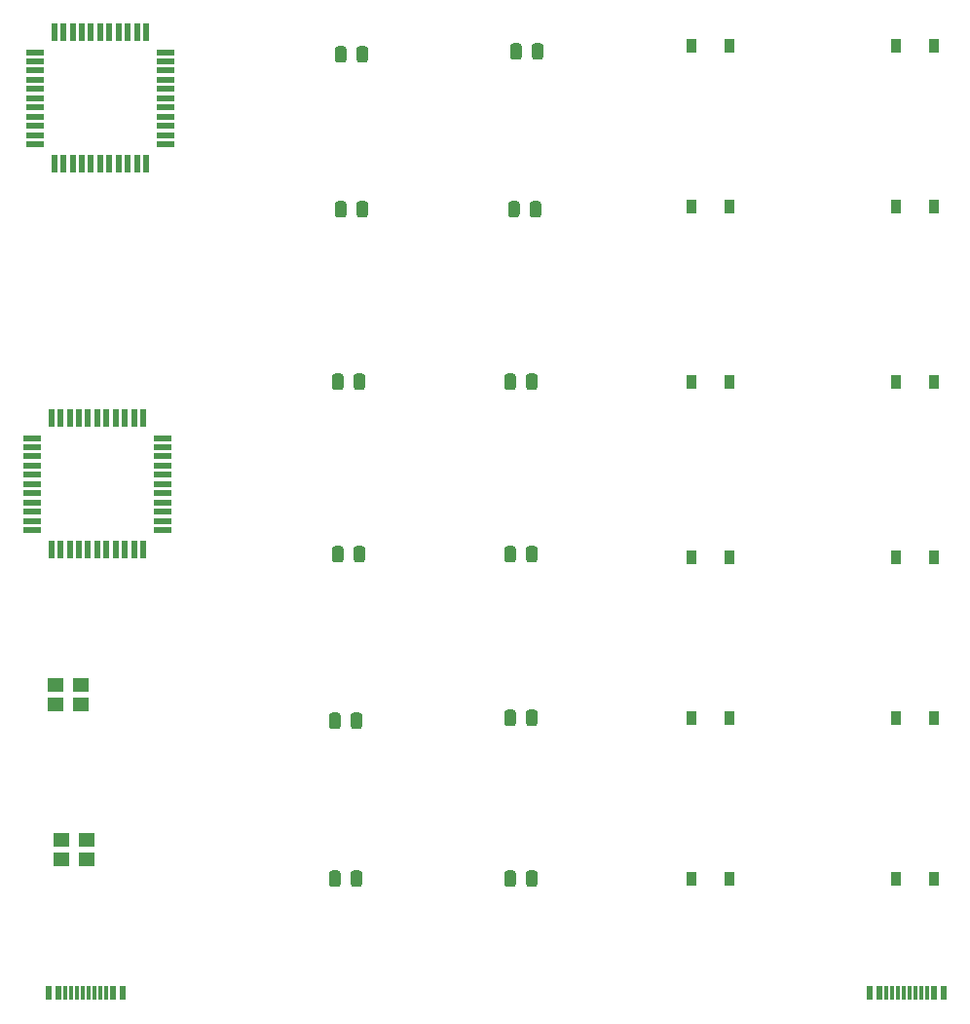
<source format=gbr>
G04 #@! TF.GenerationSoftware,KiCad,Pcbnew,(5.1.4)-1*
G04 #@! TF.CreationDate,2022-12-24T01:49:45-08:00*
G04 #@! TF.ProjectId,SMD-Solder-Practice-Board,534d442d-536f-46c6-9465-722d50726163,rev?*
G04 #@! TF.SameCoordinates,Original*
G04 #@! TF.FileFunction,Paste,Top*
G04 #@! TF.FilePolarity,Positive*
%FSLAX46Y46*%
G04 Gerber Fmt 4.6, Leading zero omitted, Abs format (unit mm)*
G04 Created by KiCad (PCBNEW (5.1.4)-1) date 2022-12-24 01:49:45*
%MOMM*%
%LPD*%
G04 APERTURE LIST*
%ADD10R,0.900000X1.200000*%
%ADD11R,1.400000X1.200000*%
%ADD12R,0.550000X1.500000*%
%ADD13R,1.500000X0.550000*%
%ADD14C,0.100000*%
%ADD15C,0.975000*%
%ADD16R,0.600000X1.160000*%
%ADD17R,0.300000X1.160000*%
G04 APERTURE END LIST*
D10*
X127380000Y-53340000D03*
X124080000Y-53340000D03*
X145160000Y-82550000D03*
X141860000Y-82550000D03*
X127380000Y-97790000D03*
X124080000Y-97790000D03*
X145160000Y-97790000D03*
X141860000Y-97790000D03*
X145160000Y-111760000D03*
X141860000Y-111760000D03*
X145160000Y-53340000D03*
X141860000Y-53340000D03*
X145160000Y-67310000D03*
X141860000Y-67310000D03*
X127380000Y-82550000D03*
X124080000Y-82550000D03*
X127380000Y-111760000D03*
X124080000Y-111760000D03*
X127380000Y-67310000D03*
X124080000Y-67310000D03*
X127380000Y-125730000D03*
X124080000Y-125730000D03*
X145160000Y-125730000D03*
X141860000Y-125730000D03*
D11*
X68750000Y-108878000D03*
X70950000Y-108878000D03*
X70950000Y-110578000D03*
X68750000Y-110578000D03*
X69258000Y-122340000D03*
X71458000Y-122340000D03*
X71458000Y-124040000D03*
X69258000Y-124040000D03*
D12*
X68644000Y-52212000D03*
X69444000Y-52212000D03*
X70244000Y-52212000D03*
X71044000Y-52212000D03*
X71844000Y-52212000D03*
X72644000Y-52212000D03*
X73444000Y-52212000D03*
X74244000Y-52212000D03*
X75044000Y-52212000D03*
X75844000Y-52212000D03*
X76644000Y-52212000D03*
D13*
X78344000Y-53912000D03*
X78344000Y-54712000D03*
X78344000Y-55512000D03*
X78344000Y-56312000D03*
X78344000Y-57112000D03*
X78344000Y-57912000D03*
X78344000Y-58712000D03*
X78344000Y-59512000D03*
X78344000Y-60312000D03*
X78344000Y-61112000D03*
X78344000Y-61912000D03*
D12*
X76644000Y-63612000D03*
X75844000Y-63612000D03*
X75044000Y-63612000D03*
X74244000Y-63612000D03*
X73444000Y-63612000D03*
X72644000Y-63612000D03*
X71844000Y-63612000D03*
X71044000Y-63612000D03*
X70244000Y-63612000D03*
X69444000Y-63612000D03*
X68644000Y-63612000D03*
D13*
X66944000Y-61912000D03*
X66944000Y-61112000D03*
X66944000Y-60312000D03*
X66944000Y-59512000D03*
X66944000Y-58712000D03*
X66944000Y-57912000D03*
X66944000Y-57112000D03*
X66944000Y-56312000D03*
X66944000Y-55512000D03*
X66944000Y-54712000D03*
X66944000Y-53912000D03*
D12*
X68390000Y-85740000D03*
X69190000Y-85740000D03*
X69990000Y-85740000D03*
X70790000Y-85740000D03*
X71590000Y-85740000D03*
X72390000Y-85740000D03*
X73190000Y-85740000D03*
X73990000Y-85740000D03*
X74790000Y-85740000D03*
X75590000Y-85740000D03*
X76390000Y-85740000D03*
D13*
X78090000Y-87440000D03*
X78090000Y-88240000D03*
X78090000Y-89040000D03*
X78090000Y-89840000D03*
X78090000Y-90640000D03*
X78090000Y-91440000D03*
X78090000Y-92240000D03*
X78090000Y-93040000D03*
X78090000Y-93840000D03*
X78090000Y-94640000D03*
X78090000Y-95440000D03*
D12*
X76390000Y-97140000D03*
X75590000Y-97140000D03*
X74790000Y-97140000D03*
X73990000Y-97140000D03*
X73190000Y-97140000D03*
X72390000Y-97140000D03*
X71590000Y-97140000D03*
X70790000Y-97140000D03*
X69990000Y-97140000D03*
X69190000Y-97140000D03*
X68390000Y-97140000D03*
D13*
X66690000Y-95440000D03*
X66690000Y-94640000D03*
X66690000Y-93840000D03*
X66690000Y-93040000D03*
X66690000Y-92240000D03*
X66690000Y-91440000D03*
X66690000Y-90640000D03*
X66690000Y-89840000D03*
X66690000Y-89040000D03*
X66690000Y-88240000D03*
X66690000Y-87440000D03*
D14*
G36*
X110757642Y-66865174D02*
G01*
X110781303Y-66868684D01*
X110804507Y-66874496D01*
X110827029Y-66882554D01*
X110848653Y-66892782D01*
X110869170Y-66905079D01*
X110888383Y-66919329D01*
X110906107Y-66935393D01*
X110922171Y-66953117D01*
X110936421Y-66972330D01*
X110948718Y-66992847D01*
X110958946Y-67014471D01*
X110967004Y-67036993D01*
X110972816Y-67060197D01*
X110976326Y-67083858D01*
X110977500Y-67107750D01*
X110977500Y-68020250D01*
X110976326Y-68044142D01*
X110972816Y-68067803D01*
X110967004Y-68091007D01*
X110958946Y-68113529D01*
X110948718Y-68135153D01*
X110936421Y-68155670D01*
X110922171Y-68174883D01*
X110906107Y-68192607D01*
X110888383Y-68208671D01*
X110869170Y-68222921D01*
X110848653Y-68235218D01*
X110827029Y-68245446D01*
X110804507Y-68253504D01*
X110781303Y-68259316D01*
X110757642Y-68262826D01*
X110733750Y-68264000D01*
X110246250Y-68264000D01*
X110222358Y-68262826D01*
X110198697Y-68259316D01*
X110175493Y-68253504D01*
X110152971Y-68245446D01*
X110131347Y-68235218D01*
X110110830Y-68222921D01*
X110091617Y-68208671D01*
X110073893Y-68192607D01*
X110057829Y-68174883D01*
X110043579Y-68155670D01*
X110031282Y-68135153D01*
X110021054Y-68113529D01*
X110012996Y-68091007D01*
X110007184Y-68067803D01*
X110003674Y-68044142D01*
X110002500Y-68020250D01*
X110002500Y-67107750D01*
X110003674Y-67083858D01*
X110007184Y-67060197D01*
X110012996Y-67036993D01*
X110021054Y-67014471D01*
X110031282Y-66992847D01*
X110043579Y-66972330D01*
X110057829Y-66953117D01*
X110073893Y-66935393D01*
X110091617Y-66919329D01*
X110110830Y-66905079D01*
X110131347Y-66892782D01*
X110152971Y-66882554D01*
X110175493Y-66874496D01*
X110198697Y-66868684D01*
X110222358Y-66865174D01*
X110246250Y-66864000D01*
X110733750Y-66864000D01*
X110757642Y-66865174D01*
X110757642Y-66865174D01*
G37*
D15*
X110490000Y-67564000D03*
D14*
G36*
X108882642Y-66865174D02*
G01*
X108906303Y-66868684D01*
X108929507Y-66874496D01*
X108952029Y-66882554D01*
X108973653Y-66892782D01*
X108994170Y-66905079D01*
X109013383Y-66919329D01*
X109031107Y-66935393D01*
X109047171Y-66953117D01*
X109061421Y-66972330D01*
X109073718Y-66992847D01*
X109083946Y-67014471D01*
X109092004Y-67036993D01*
X109097816Y-67060197D01*
X109101326Y-67083858D01*
X109102500Y-67107750D01*
X109102500Y-68020250D01*
X109101326Y-68044142D01*
X109097816Y-68067803D01*
X109092004Y-68091007D01*
X109083946Y-68113529D01*
X109073718Y-68135153D01*
X109061421Y-68155670D01*
X109047171Y-68174883D01*
X109031107Y-68192607D01*
X109013383Y-68208671D01*
X108994170Y-68222921D01*
X108973653Y-68235218D01*
X108952029Y-68245446D01*
X108929507Y-68253504D01*
X108906303Y-68259316D01*
X108882642Y-68262826D01*
X108858750Y-68264000D01*
X108371250Y-68264000D01*
X108347358Y-68262826D01*
X108323697Y-68259316D01*
X108300493Y-68253504D01*
X108277971Y-68245446D01*
X108256347Y-68235218D01*
X108235830Y-68222921D01*
X108216617Y-68208671D01*
X108198893Y-68192607D01*
X108182829Y-68174883D01*
X108168579Y-68155670D01*
X108156282Y-68135153D01*
X108146054Y-68113529D01*
X108137996Y-68091007D01*
X108132184Y-68067803D01*
X108128674Y-68044142D01*
X108127500Y-68020250D01*
X108127500Y-67107750D01*
X108128674Y-67083858D01*
X108132184Y-67060197D01*
X108137996Y-67036993D01*
X108146054Y-67014471D01*
X108156282Y-66992847D01*
X108168579Y-66972330D01*
X108182829Y-66953117D01*
X108198893Y-66935393D01*
X108216617Y-66919329D01*
X108235830Y-66905079D01*
X108256347Y-66892782D01*
X108277971Y-66882554D01*
X108300493Y-66874496D01*
X108323697Y-66868684D01*
X108347358Y-66865174D01*
X108371250Y-66864000D01*
X108858750Y-66864000D01*
X108882642Y-66865174D01*
X108882642Y-66865174D01*
G37*
D15*
X108615000Y-67564000D03*
D14*
G36*
X95185142Y-111315174D02*
G01*
X95208803Y-111318684D01*
X95232007Y-111324496D01*
X95254529Y-111332554D01*
X95276153Y-111342782D01*
X95296670Y-111355079D01*
X95315883Y-111369329D01*
X95333607Y-111385393D01*
X95349671Y-111403117D01*
X95363921Y-111422330D01*
X95376218Y-111442847D01*
X95386446Y-111464471D01*
X95394504Y-111486993D01*
X95400316Y-111510197D01*
X95403826Y-111533858D01*
X95405000Y-111557750D01*
X95405000Y-112470250D01*
X95403826Y-112494142D01*
X95400316Y-112517803D01*
X95394504Y-112541007D01*
X95386446Y-112563529D01*
X95376218Y-112585153D01*
X95363921Y-112605670D01*
X95349671Y-112624883D01*
X95333607Y-112642607D01*
X95315883Y-112658671D01*
X95296670Y-112672921D01*
X95276153Y-112685218D01*
X95254529Y-112695446D01*
X95232007Y-112703504D01*
X95208803Y-112709316D01*
X95185142Y-112712826D01*
X95161250Y-112714000D01*
X94673750Y-112714000D01*
X94649858Y-112712826D01*
X94626197Y-112709316D01*
X94602993Y-112703504D01*
X94580471Y-112695446D01*
X94558847Y-112685218D01*
X94538330Y-112672921D01*
X94519117Y-112658671D01*
X94501393Y-112642607D01*
X94485329Y-112624883D01*
X94471079Y-112605670D01*
X94458782Y-112585153D01*
X94448554Y-112563529D01*
X94440496Y-112541007D01*
X94434684Y-112517803D01*
X94431174Y-112494142D01*
X94430000Y-112470250D01*
X94430000Y-111557750D01*
X94431174Y-111533858D01*
X94434684Y-111510197D01*
X94440496Y-111486993D01*
X94448554Y-111464471D01*
X94458782Y-111442847D01*
X94471079Y-111422330D01*
X94485329Y-111403117D01*
X94501393Y-111385393D01*
X94519117Y-111369329D01*
X94538330Y-111355079D01*
X94558847Y-111342782D01*
X94580471Y-111332554D01*
X94602993Y-111324496D01*
X94626197Y-111318684D01*
X94649858Y-111315174D01*
X94673750Y-111314000D01*
X95161250Y-111314000D01*
X95185142Y-111315174D01*
X95185142Y-111315174D01*
G37*
D15*
X94917500Y-112014000D03*
D14*
G36*
X93310142Y-111315174D02*
G01*
X93333803Y-111318684D01*
X93357007Y-111324496D01*
X93379529Y-111332554D01*
X93401153Y-111342782D01*
X93421670Y-111355079D01*
X93440883Y-111369329D01*
X93458607Y-111385393D01*
X93474671Y-111403117D01*
X93488921Y-111422330D01*
X93501218Y-111442847D01*
X93511446Y-111464471D01*
X93519504Y-111486993D01*
X93525316Y-111510197D01*
X93528826Y-111533858D01*
X93530000Y-111557750D01*
X93530000Y-112470250D01*
X93528826Y-112494142D01*
X93525316Y-112517803D01*
X93519504Y-112541007D01*
X93511446Y-112563529D01*
X93501218Y-112585153D01*
X93488921Y-112605670D01*
X93474671Y-112624883D01*
X93458607Y-112642607D01*
X93440883Y-112658671D01*
X93421670Y-112672921D01*
X93401153Y-112685218D01*
X93379529Y-112695446D01*
X93357007Y-112703504D01*
X93333803Y-112709316D01*
X93310142Y-112712826D01*
X93286250Y-112714000D01*
X92798750Y-112714000D01*
X92774858Y-112712826D01*
X92751197Y-112709316D01*
X92727993Y-112703504D01*
X92705471Y-112695446D01*
X92683847Y-112685218D01*
X92663330Y-112672921D01*
X92644117Y-112658671D01*
X92626393Y-112642607D01*
X92610329Y-112624883D01*
X92596079Y-112605670D01*
X92583782Y-112585153D01*
X92573554Y-112563529D01*
X92565496Y-112541007D01*
X92559684Y-112517803D01*
X92556174Y-112494142D01*
X92555000Y-112470250D01*
X92555000Y-111557750D01*
X92556174Y-111533858D01*
X92559684Y-111510197D01*
X92565496Y-111486993D01*
X92573554Y-111464471D01*
X92583782Y-111442847D01*
X92596079Y-111422330D01*
X92610329Y-111403117D01*
X92626393Y-111385393D01*
X92644117Y-111369329D01*
X92663330Y-111355079D01*
X92683847Y-111342782D01*
X92705471Y-111332554D01*
X92727993Y-111324496D01*
X92751197Y-111318684D01*
X92774858Y-111315174D01*
X92798750Y-111314000D01*
X93286250Y-111314000D01*
X93310142Y-111315174D01*
X93310142Y-111315174D01*
G37*
D15*
X93042500Y-112014000D03*
D14*
G36*
X110425142Y-111061174D02*
G01*
X110448803Y-111064684D01*
X110472007Y-111070496D01*
X110494529Y-111078554D01*
X110516153Y-111088782D01*
X110536670Y-111101079D01*
X110555883Y-111115329D01*
X110573607Y-111131393D01*
X110589671Y-111149117D01*
X110603921Y-111168330D01*
X110616218Y-111188847D01*
X110626446Y-111210471D01*
X110634504Y-111232993D01*
X110640316Y-111256197D01*
X110643826Y-111279858D01*
X110645000Y-111303750D01*
X110645000Y-112216250D01*
X110643826Y-112240142D01*
X110640316Y-112263803D01*
X110634504Y-112287007D01*
X110626446Y-112309529D01*
X110616218Y-112331153D01*
X110603921Y-112351670D01*
X110589671Y-112370883D01*
X110573607Y-112388607D01*
X110555883Y-112404671D01*
X110536670Y-112418921D01*
X110516153Y-112431218D01*
X110494529Y-112441446D01*
X110472007Y-112449504D01*
X110448803Y-112455316D01*
X110425142Y-112458826D01*
X110401250Y-112460000D01*
X109913750Y-112460000D01*
X109889858Y-112458826D01*
X109866197Y-112455316D01*
X109842993Y-112449504D01*
X109820471Y-112441446D01*
X109798847Y-112431218D01*
X109778330Y-112418921D01*
X109759117Y-112404671D01*
X109741393Y-112388607D01*
X109725329Y-112370883D01*
X109711079Y-112351670D01*
X109698782Y-112331153D01*
X109688554Y-112309529D01*
X109680496Y-112287007D01*
X109674684Y-112263803D01*
X109671174Y-112240142D01*
X109670000Y-112216250D01*
X109670000Y-111303750D01*
X109671174Y-111279858D01*
X109674684Y-111256197D01*
X109680496Y-111232993D01*
X109688554Y-111210471D01*
X109698782Y-111188847D01*
X109711079Y-111168330D01*
X109725329Y-111149117D01*
X109741393Y-111131393D01*
X109759117Y-111115329D01*
X109778330Y-111101079D01*
X109798847Y-111088782D01*
X109820471Y-111078554D01*
X109842993Y-111070496D01*
X109866197Y-111064684D01*
X109889858Y-111061174D01*
X109913750Y-111060000D01*
X110401250Y-111060000D01*
X110425142Y-111061174D01*
X110425142Y-111061174D01*
G37*
D15*
X110157500Y-111760000D03*
D14*
G36*
X108550142Y-111061174D02*
G01*
X108573803Y-111064684D01*
X108597007Y-111070496D01*
X108619529Y-111078554D01*
X108641153Y-111088782D01*
X108661670Y-111101079D01*
X108680883Y-111115329D01*
X108698607Y-111131393D01*
X108714671Y-111149117D01*
X108728921Y-111168330D01*
X108741218Y-111188847D01*
X108751446Y-111210471D01*
X108759504Y-111232993D01*
X108765316Y-111256197D01*
X108768826Y-111279858D01*
X108770000Y-111303750D01*
X108770000Y-112216250D01*
X108768826Y-112240142D01*
X108765316Y-112263803D01*
X108759504Y-112287007D01*
X108751446Y-112309529D01*
X108741218Y-112331153D01*
X108728921Y-112351670D01*
X108714671Y-112370883D01*
X108698607Y-112388607D01*
X108680883Y-112404671D01*
X108661670Y-112418921D01*
X108641153Y-112431218D01*
X108619529Y-112441446D01*
X108597007Y-112449504D01*
X108573803Y-112455316D01*
X108550142Y-112458826D01*
X108526250Y-112460000D01*
X108038750Y-112460000D01*
X108014858Y-112458826D01*
X107991197Y-112455316D01*
X107967993Y-112449504D01*
X107945471Y-112441446D01*
X107923847Y-112431218D01*
X107903330Y-112418921D01*
X107884117Y-112404671D01*
X107866393Y-112388607D01*
X107850329Y-112370883D01*
X107836079Y-112351670D01*
X107823782Y-112331153D01*
X107813554Y-112309529D01*
X107805496Y-112287007D01*
X107799684Y-112263803D01*
X107796174Y-112240142D01*
X107795000Y-112216250D01*
X107795000Y-111303750D01*
X107796174Y-111279858D01*
X107799684Y-111256197D01*
X107805496Y-111232993D01*
X107813554Y-111210471D01*
X107823782Y-111188847D01*
X107836079Y-111168330D01*
X107850329Y-111149117D01*
X107866393Y-111131393D01*
X107884117Y-111115329D01*
X107903330Y-111101079D01*
X107923847Y-111088782D01*
X107945471Y-111078554D01*
X107967993Y-111070496D01*
X107991197Y-111064684D01*
X108014858Y-111061174D01*
X108038750Y-111060000D01*
X108526250Y-111060000D01*
X108550142Y-111061174D01*
X108550142Y-111061174D01*
G37*
D15*
X108282500Y-111760000D03*
D14*
G36*
X95439142Y-81851174D02*
G01*
X95462803Y-81854684D01*
X95486007Y-81860496D01*
X95508529Y-81868554D01*
X95530153Y-81878782D01*
X95550670Y-81891079D01*
X95569883Y-81905329D01*
X95587607Y-81921393D01*
X95603671Y-81939117D01*
X95617921Y-81958330D01*
X95630218Y-81978847D01*
X95640446Y-82000471D01*
X95648504Y-82022993D01*
X95654316Y-82046197D01*
X95657826Y-82069858D01*
X95659000Y-82093750D01*
X95659000Y-83006250D01*
X95657826Y-83030142D01*
X95654316Y-83053803D01*
X95648504Y-83077007D01*
X95640446Y-83099529D01*
X95630218Y-83121153D01*
X95617921Y-83141670D01*
X95603671Y-83160883D01*
X95587607Y-83178607D01*
X95569883Y-83194671D01*
X95550670Y-83208921D01*
X95530153Y-83221218D01*
X95508529Y-83231446D01*
X95486007Y-83239504D01*
X95462803Y-83245316D01*
X95439142Y-83248826D01*
X95415250Y-83250000D01*
X94927750Y-83250000D01*
X94903858Y-83248826D01*
X94880197Y-83245316D01*
X94856993Y-83239504D01*
X94834471Y-83231446D01*
X94812847Y-83221218D01*
X94792330Y-83208921D01*
X94773117Y-83194671D01*
X94755393Y-83178607D01*
X94739329Y-83160883D01*
X94725079Y-83141670D01*
X94712782Y-83121153D01*
X94702554Y-83099529D01*
X94694496Y-83077007D01*
X94688684Y-83053803D01*
X94685174Y-83030142D01*
X94684000Y-83006250D01*
X94684000Y-82093750D01*
X94685174Y-82069858D01*
X94688684Y-82046197D01*
X94694496Y-82022993D01*
X94702554Y-82000471D01*
X94712782Y-81978847D01*
X94725079Y-81958330D01*
X94739329Y-81939117D01*
X94755393Y-81921393D01*
X94773117Y-81905329D01*
X94792330Y-81891079D01*
X94812847Y-81878782D01*
X94834471Y-81868554D01*
X94856993Y-81860496D01*
X94880197Y-81854684D01*
X94903858Y-81851174D01*
X94927750Y-81850000D01*
X95415250Y-81850000D01*
X95439142Y-81851174D01*
X95439142Y-81851174D01*
G37*
D15*
X95171500Y-82550000D03*
D14*
G36*
X93564142Y-81851174D02*
G01*
X93587803Y-81854684D01*
X93611007Y-81860496D01*
X93633529Y-81868554D01*
X93655153Y-81878782D01*
X93675670Y-81891079D01*
X93694883Y-81905329D01*
X93712607Y-81921393D01*
X93728671Y-81939117D01*
X93742921Y-81958330D01*
X93755218Y-81978847D01*
X93765446Y-82000471D01*
X93773504Y-82022993D01*
X93779316Y-82046197D01*
X93782826Y-82069858D01*
X93784000Y-82093750D01*
X93784000Y-83006250D01*
X93782826Y-83030142D01*
X93779316Y-83053803D01*
X93773504Y-83077007D01*
X93765446Y-83099529D01*
X93755218Y-83121153D01*
X93742921Y-83141670D01*
X93728671Y-83160883D01*
X93712607Y-83178607D01*
X93694883Y-83194671D01*
X93675670Y-83208921D01*
X93655153Y-83221218D01*
X93633529Y-83231446D01*
X93611007Y-83239504D01*
X93587803Y-83245316D01*
X93564142Y-83248826D01*
X93540250Y-83250000D01*
X93052750Y-83250000D01*
X93028858Y-83248826D01*
X93005197Y-83245316D01*
X92981993Y-83239504D01*
X92959471Y-83231446D01*
X92937847Y-83221218D01*
X92917330Y-83208921D01*
X92898117Y-83194671D01*
X92880393Y-83178607D01*
X92864329Y-83160883D01*
X92850079Y-83141670D01*
X92837782Y-83121153D01*
X92827554Y-83099529D01*
X92819496Y-83077007D01*
X92813684Y-83053803D01*
X92810174Y-83030142D01*
X92809000Y-83006250D01*
X92809000Y-82093750D01*
X92810174Y-82069858D01*
X92813684Y-82046197D01*
X92819496Y-82022993D01*
X92827554Y-82000471D01*
X92837782Y-81978847D01*
X92850079Y-81958330D01*
X92864329Y-81939117D01*
X92880393Y-81921393D01*
X92898117Y-81905329D01*
X92917330Y-81891079D01*
X92937847Y-81878782D01*
X92959471Y-81868554D01*
X92981993Y-81860496D01*
X93005197Y-81854684D01*
X93028858Y-81851174D01*
X93052750Y-81850000D01*
X93540250Y-81850000D01*
X93564142Y-81851174D01*
X93564142Y-81851174D01*
G37*
D15*
X93296500Y-82550000D03*
D14*
G36*
X95693142Y-53403174D02*
G01*
X95716803Y-53406684D01*
X95740007Y-53412496D01*
X95762529Y-53420554D01*
X95784153Y-53430782D01*
X95804670Y-53443079D01*
X95823883Y-53457329D01*
X95841607Y-53473393D01*
X95857671Y-53491117D01*
X95871921Y-53510330D01*
X95884218Y-53530847D01*
X95894446Y-53552471D01*
X95902504Y-53574993D01*
X95908316Y-53598197D01*
X95911826Y-53621858D01*
X95913000Y-53645750D01*
X95913000Y-54558250D01*
X95911826Y-54582142D01*
X95908316Y-54605803D01*
X95902504Y-54629007D01*
X95894446Y-54651529D01*
X95884218Y-54673153D01*
X95871921Y-54693670D01*
X95857671Y-54712883D01*
X95841607Y-54730607D01*
X95823883Y-54746671D01*
X95804670Y-54760921D01*
X95784153Y-54773218D01*
X95762529Y-54783446D01*
X95740007Y-54791504D01*
X95716803Y-54797316D01*
X95693142Y-54800826D01*
X95669250Y-54802000D01*
X95181750Y-54802000D01*
X95157858Y-54800826D01*
X95134197Y-54797316D01*
X95110993Y-54791504D01*
X95088471Y-54783446D01*
X95066847Y-54773218D01*
X95046330Y-54760921D01*
X95027117Y-54746671D01*
X95009393Y-54730607D01*
X94993329Y-54712883D01*
X94979079Y-54693670D01*
X94966782Y-54673153D01*
X94956554Y-54651529D01*
X94948496Y-54629007D01*
X94942684Y-54605803D01*
X94939174Y-54582142D01*
X94938000Y-54558250D01*
X94938000Y-53645750D01*
X94939174Y-53621858D01*
X94942684Y-53598197D01*
X94948496Y-53574993D01*
X94956554Y-53552471D01*
X94966782Y-53530847D01*
X94979079Y-53510330D01*
X94993329Y-53491117D01*
X95009393Y-53473393D01*
X95027117Y-53457329D01*
X95046330Y-53443079D01*
X95066847Y-53430782D01*
X95088471Y-53420554D01*
X95110993Y-53412496D01*
X95134197Y-53406684D01*
X95157858Y-53403174D01*
X95181750Y-53402000D01*
X95669250Y-53402000D01*
X95693142Y-53403174D01*
X95693142Y-53403174D01*
G37*
D15*
X95425500Y-54102000D03*
D14*
G36*
X93818142Y-53403174D02*
G01*
X93841803Y-53406684D01*
X93865007Y-53412496D01*
X93887529Y-53420554D01*
X93909153Y-53430782D01*
X93929670Y-53443079D01*
X93948883Y-53457329D01*
X93966607Y-53473393D01*
X93982671Y-53491117D01*
X93996921Y-53510330D01*
X94009218Y-53530847D01*
X94019446Y-53552471D01*
X94027504Y-53574993D01*
X94033316Y-53598197D01*
X94036826Y-53621858D01*
X94038000Y-53645750D01*
X94038000Y-54558250D01*
X94036826Y-54582142D01*
X94033316Y-54605803D01*
X94027504Y-54629007D01*
X94019446Y-54651529D01*
X94009218Y-54673153D01*
X93996921Y-54693670D01*
X93982671Y-54712883D01*
X93966607Y-54730607D01*
X93948883Y-54746671D01*
X93929670Y-54760921D01*
X93909153Y-54773218D01*
X93887529Y-54783446D01*
X93865007Y-54791504D01*
X93841803Y-54797316D01*
X93818142Y-54800826D01*
X93794250Y-54802000D01*
X93306750Y-54802000D01*
X93282858Y-54800826D01*
X93259197Y-54797316D01*
X93235993Y-54791504D01*
X93213471Y-54783446D01*
X93191847Y-54773218D01*
X93171330Y-54760921D01*
X93152117Y-54746671D01*
X93134393Y-54730607D01*
X93118329Y-54712883D01*
X93104079Y-54693670D01*
X93091782Y-54673153D01*
X93081554Y-54651529D01*
X93073496Y-54629007D01*
X93067684Y-54605803D01*
X93064174Y-54582142D01*
X93063000Y-54558250D01*
X93063000Y-53645750D01*
X93064174Y-53621858D01*
X93067684Y-53598197D01*
X93073496Y-53574993D01*
X93081554Y-53552471D01*
X93091782Y-53530847D01*
X93104079Y-53510330D01*
X93118329Y-53491117D01*
X93134393Y-53473393D01*
X93152117Y-53457329D01*
X93171330Y-53443079D01*
X93191847Y-53430782D01*
X93213471Y-53420554D01*
X93235993Y-53412496D01*
X93259197Y-53406684D01*
X93282858Y-53403174D01*
X93306750Y-53402000D01*
X93794250Y-53402000D01*
X93818142Y-53403174D01*
X93818142Y-53403174D01*
G37*
D15*
X93550500Y-54102000D03*
D14*
G36*
X95439142Y-96837174D02*
G01*
X95462803Y-96840684D01*
X95486007Y-96846496D01*
X95508529Y-96854554D01*
X95530153Y-96864782D01*
X95550670Y-96877079D01*
X95569883Y-96891329D01*
X95587607Y-96907393D01*
X95603671Y-96925117D01*
X95617921Y-96944330D01*
X95630218Y-96964847D01*
X95640446Y-96986471D01*
X95648504Y-97008993D01*
X95654316Y-97032197D01*
X95657826Y-97055858D01*
X95659000Y-97079750D01*
X95659000Y-97992250D01*
X95657826Y-98016142D01*
X95654316Y-98039803D01*
X95648504Y-98063007D01*
X95640446Y-98085529D01*
X95630218Y-98107153D01*
X95617921Y-98127670D01*
X95603671Y-98146883D01*
X95587607Y-98164607D01*
X95569883Y-98180671D01*
X95550670Y-98194921D01*
X95530153Y-98207218D01*
X95508529Y-98217446D01*
X95486007Y-98225504D01*
X95462803Y-98231316D01*
X95439142Y-98234826D01*
X95415250Y-98236000D01*
X94927750Y-98236000D01*
X94903858Y-98234826D01*
X94880197Y-98231316D01*
X94856993Y-98225504D01*
X94834471Y-98217446D01*
X94812847Y-98207218D01*
X94792330Y-98194921D01*
X94773117Y-98180671D01*
X94755393Y-98164607D01*
X94739329Y-98146883D01*
X94725079Y-98127670D01*
X94712782Y-98107153D01*
X94702554Y-98085529D01*
X94694496Y-98063007D01*
X94688684Y-98039803D01*
X94685174Y-98016142D01*
X94684000Y-97992250D01*
X94684000Y-97079750D01*
X94685174Y-97055858D01*
X94688684Y-97032197D01*
X94694496Y-97008993D01*
X94702554Y-96986471D01*
X94712782Y-96964847D01*
X94725079Y-96944330D01*
X94739329Y-96925117D01*
X94755393Y-96907393D01*
X94773117Y-96891329D01*
X94792330Y-96877079D01*
X94812847Y-96864782D01*
X94834471Y-96854554D01*
X94856993Y-96846496D01*
X94880197Y-96840684D01*
X94903858Y-96837174D01*
X94927750Y-96836000D01*
X95415250Y-96836000D01*
X95439142Y-96837174D01*
X95439142Y-96837174D01*
G37*
D15*
X95171500Y-97536000D03*
D14*
G36*
X93564142Y-96837174D02*
G01*
X93587803Y-96840684D01*
X93611007Y-96846496D01*
X93633529Y-96854554D01*
X93655153Y-96864782D01*
X93675670Y-96877079D01*
X93694883Y-96891329D01*
X93712607Y-96907393D01*
X93728671Y-96925117D01*
X93742921Y-96944330D01*
X93755218Y-96964847D01*
X93765446Y-96986471D01*
X93773504Y-97008993D01*
X93779316Y-97032197D01*
X93782826Y-97055858D01*
X93784000Y-97079750D01*
X93784000Y-97992250D01*
X93782826Y-98016142D01*
X93779316Y-98039803D01*
X93773504Y-98063007D01*
X93765446Y-98085529D01*
X93755218Y-98107153D01*
X93742921Y-98127670D01*
X93728671Y-98146883D01*
X93712607Y-98164607D01*
X93694883Y-98180671D01*
X93675670Y-98194921D01*
X93655153Y-98207218D01*
X93633529Y-98217446D01*
X93611007Y-98225504D01*
X93587803Y-98231316D01*
X93564142Y-98234826D01*
X93540250Y-98236000D01*
X93052750Y-98236000D01*
X93028858Y-98234826D01*
X93005197Y-98231316D01*
X92981993Y-98225504D01*
X92959471Y-98217446D01*
X92937847Y-98207218D01*
X92917330Y-98194921D01*
X92898117Y-98180671D01*
X92880393Y-98164607D01*
X92864329Y-98146883D01*
X92850079Y-98127670D01*
X92837782Y-98107153D01*
X92827554Y-98085529D01*
X92819496Y-98063007D01*
X92813684Y-98039803D01*
X92810174Y-98016142D01*
X92809000Y-97992250D01*
X92809000Y-97079750D01*
X92810174Y-97055858D01*
X92813684Y-97032197D01*
X92819496Y-97008993D01*
X92827554Y-96986471D01*
X92837782Y-96964847D01*
X92850079Y-96944330D01*
X92864329Y-96925117D01*
X92880393Y-96907393D01*
X92898117Y-96891329D01*
X92917330Y-96877079D01*
X92937847Y-96864782D01*
X92959471Y-96854554D01*
X92981993Y-96846496D01*
X93005197Y-96840684D01*
X93028858Y-96837174D01*
X93052750Y-96836000D01*
X93540250Y-96836000D01*
X93564142Y-96837174D01*
X93564142Y-96837174D01*
G37*
D15*
X93296500Y-97536000D03*
D14*
G36*
X110425142Y-125031174D02*
G01*
X110448803Y-125034684D01*
X110472007Y-125040496D01*
X110494529Y-125048554D01*
X110516153Y-125058782D01*
X110536670Y-125071079D01*
X110555883Y-125085329D01*
X110573607Y-125101393D01*
X110589671Y-125119117D01*
X110603921Y-125138330D01*
X110616218Y-125158847D01*
X110626446Y-125180471D01*
X110634504Y-125202993D01*
X110640316Y-125226197D01*
X110643826Y-125249858D01*
X110645000Y-125273750D01*
X110645000Y-126186250D01*
X110643826Y-126210142D01*
X110640316Y-126233803D01*
X110634504Y-126257007D01*
X110626446Y-126279529D01*
X110616218Y-126301153D01*
X110603921Y-126321670D01*
X110589671Y-126340883D01*
X110573607Y-126358607D01*
X110555883Y-126374671D01*
X110536670Y-126388921D01*
X110516153Y-126401218D01*
X110494529Y-126411446D01*
X110472007Y-126419504D01*
X110448803Y-126425316D01*
X110425142Y-126428826D01*
X110401250Y-126430000D01*
X109913750Y-126430000D01*
X109889858Y-126428826D01*
X109866197Y-126425316D01*
X109842993Y-126419504D01*
X109820471Y-126411446D01*
X109798847Y-126401218D01*
X109778330Y-126388921D01*
X109759117Y-126374671D01*
X109741393Y-126358607D01*
X109725329Y-126340883D01*
X109711079Y-126321670D01*
X109698782Y-126301153D01*
X109688554Y-126279529D01*
X109680496Y-126257007D01*
X109674684Y-126233803D01*
X109671174Y-126210142D01*
X109670000Y-126186250D01*
X109670000Y-125273750D01*
X109671174Y-125249858D01*
X109674684Y-125226197D01*
X109680496Y-125202993D01*
X109688554Y-125180471D01*
X109698782Y-125158847D01*
X109711079Y-125138330D01*
X109725329Y-125119117D01*
X109741393Y-125101393D01*
X109759117Y-125085329D01*
X109778330Y-125071079D01*
X109798847Y-125058782D01*
X109820471Y-125048554D01*
X109842993Y-125040496D01*
X109866197Y-125034684D01*
X109889858Y-125031174D01*
X109913750Y-125030000D01*
X110401250Y-125030000D01*
X110425142Y-125031174D01*
X110425142Y-125031174D01*
G37*
D15*
X110157500Y-125730000D03*
D14*
G36*
X108550142Y-125031174D02*
G01*
X108573803Y-125034684D01*
X108597007Y-125040496D01*
X108619529Y-125048554D01*
X108641153Y-125058782D01*
X108661670Y-125071079D01*
X108680883Y-125085329D01*
X108698607Y-125101393D01*
X108714671Y-125119117D01*
X108728921Y-125138330D01*
X108741218Y-125158847D01*
X108751446Y-125180471D01*
X108759504Y-125202993D01*
X108765316Y-125226197D01*
X108768826Y-125249858D01*
X108770000Y-125273750D01*
X108770000Y-126186250D01*
X108768826Y-126210142D01*
X108765316Y-126233803D01*
X108759504Y-126257007D01*
X108751446Y-126279529D01*
X108741218Y-126301153D01*
X108728921Y-126321670D01*
X108714671Y-126340883D01*
X108698607Y-126358607D01*
X108680883Y-126374671D01*
X108661670Y-126388921D01*
X108641153Y-126401218D01*
X108619529Y-126411446D01*
X108597007Y-126419504D01*
X108573803Y-126425316D01*
X108550142Y-126428826D01*
X108526250Y-126430000D01*
X108038750Y-126430000D01*
X108014858Y-126428826D01*
X107991197Y-126425316D01*
X107967993Y-126419504D01*
X107945471Y-126411446D01*
X107923847Y-126401218D01*
X107903330Y-126388921D01*
X107884117Y-126374671D01*
X107866393Y-126358607D01*
X107850329Y-126340883D01*
X107836079Y-126321670D01*
X107823782Y-126301153D01*
X107813554Y-126279529D01*
X107805496Y-126257007D01*
X107799684Y-126233803D01*
X107796174Y-126210142D01*
X107795000Y-126186250D01*
X107795000Y-125273750D01*
X107796174Y-125249858D01*
X107799684Y-125226197D01*
X107805496Y-125202993D01*
X107813554Y-125180471D01*
X107823782Y-125158847D01*
X107836079Y-125138330D01*
X107850329Y-125119117D01*
X107866393Y-125101393D01*
X107884117Y-125085329D01*
X107903330Y-125071079D01*
X107923847Y-125058782D01*
X107945471Y-125048554D01*
X107967993Y-125040496D01*
X107991197Y-125034684D01*
X108014858Y-125031174D01*
X108038750Y-125030000D01*
X108526250Y-125030000D01*
X108550142Y-125031174D01*
X108550142Y-125031174D01*
G37*
D15*
X108282500Y-125730000D03*
D14*
G36*
X110933142Y-53149174D02*
G01*
X110956803Y-53152684D01*
X110980007Y-53158496D01*
X111002529Y-53166554D01*
X111024153Y-53176782D01*
X111044670Y-53189079D01*
X111063883Y-53203329D01*
X111081607Y-53219393D01*
X111097671Y-53237117D01*
X111111921Y-53256330D01*
X111124218Y-53276847D01*
X111134446Y-53298471D01*
X111142504Y-53320993D01*
X111148316Y-53344197D01*
X111151826Y-53367858D01*
X111153000Y-53391750D01*
X111153000Y-54304250D01*
X111151826Y-54328142D01*
X111148316Y-54351803D01*
X111142504Y-54375007D01*
X111134446Y-54397529D01*
X111124218Y-54419153D01*
X111111921Y-54439670D01*
X111097671Y-54458883D01*
X111081607Y-54476607D01*
X111063883Y-54492671D01*
X111044670Y-54506921D01*
X111024153Y-54519218D01*
X111002529Y-54529446D01*
X110980007Y-54537504D01*
X110956803Y-54543316D01*
X110933142Y-54546826D01*
X110909250Y-54548000D01*
X110421750Y-54548000D01*
X110397858Y-54546826D01*
X110374197Y-54543316D01*
X110350993Y-54537504D01*
X110328471Y-54529446D01*
X110306847Y-54519218D01*
X110286330Y-54506921D01*
X110267117Y-54492671D01*
X110249393Y-54476607D01*
X110233329Y-54458883D01*
X110219079Y-54439670D01*
X110206782Y-54419153D01*
X110196554Y-54397529D01*
X110188496Y-54375007D01*
X110182684Y-54351803D01*
X110179174Y-54328142D01*
X110178000Y-54304250D01*
X110178000Y-53391750D01*
X110179174Y-53367858D01*
X110182684Y-53344197D01*
X110188496Y-53320993D01*
X110196554Y-53298471D01*
X110206782Y-53276847D01*
X110219079Y-53256330D01*
X110233329Y-53237117D01*
X110249393Y-53219393D01*
X110267117Y-53203329D01*
X110286330Y-53189079D01*
X110306847Y-53176782D01*
X110328471Y-53166554D01*
X110350993Y-53158496D01*
X110374197Y-53152684D01*
X110397858Y-53149174D01*
X110421750Y-53148000D01*
X110909250Y-53148000D01*
X110933142Y-53149174D01*
X110933142Y-53149174D01*
G37*
D15*
X110665500Y-53848000D03*
D14*
G36*
X109058142Y-53149174D02*
G01*
X109081803Y-53152684D01*
X109105007Y-53158496D01*
X109127529Y-53166554D01*
X109149153Y-53176782D01*
X109169670Y-53189079D01*
X109188883Y-53203329D01*
X109206607Y-53219393D01*
X109222671Y-53237117D01*
X109236921Y-53256330D01*
X109249218Y-53276847D01*
X109259446Y-53298471D01*
X109267504Y-53320993D01*
X109273316Y-53344197D01*
X109276826Y-53367858D01*
X109278000Y-53391750D01*
X109278000Y-54304250D01*
X109276826Y-54328142D01*
X109273316Y-54351803D01*
X109267504Y-54375007D01*
X109259446Y-54397529D01*
X109249218Y-54419153D01*
X109236921Y-54439670D01*
X109222671Y-54458883D01*
X109206607Y-54476607D01*
X109188883Y-54492671D01*
X109169670Y-54506921D01*
X109149153Y-54519218D01*
X109127529Y-54529446D01*
X109105007Y-54537504D01*
X109081803Y-54543316D01*
X109058142Y-54546826D01*
X109034250Y-54548000D01*
X108546750Y-54548000D01*
X108522858Y-54546826D01*
X108499197Y-54543316D01*
X108475993Y-54537504D01*
X108453471Y-54529446D01*
X108431847Y-54519218D01*
X108411330Y-54506921D01*
X108392117Y-54492671D01*
X108374393Y-54476607D01*
X108358329Y-54458883D01*
X108344079Y-54439670D01*
X108331782Y-54419153D01*
X108321554Y-54397529D01*
X108313496Y-54375007D01*
X108307684Y-54351803D01*
X108304174Y-54328142D01*
X108303000Y-54304250D01*
X108303000Y-53391750D01*
X108304174Y-53367858D01*
X108307684Y-53344197D01*
X108313496Y-53320993D01*
X108321554Y-53298471D01*
X108331782Y-53276847D01*
X108344079Y-53256330D01*
X108358329Y-53237117D01*
X108374393Y-53219393D01*
X108392117Y-53203329D01*
X108411330Y-53189079D01*
X108431847Y-53176782D01*
X108453471Y-53166554D01*
X108475993Y-53158496D01*
X108499197Y-53152684D01*
X108522858Y-53149174D01*
X108546750Y-53148000D01*
X109034250Y-53148000D01*
X109058142Y-53149174D01*
X109058142Y-53149174D01*
G37*
D15*
X108790500Y-53848000D03*
D14*
G36*
X95693142Y-66865174D02*
G01*
X95716803Y-66868684D01*
X95740007Y-66874496D01*
X95762529Y-66882554D01*
X95784153Y-66892782D01*
X95804670Y-66905079D01*
X95823883Y-66919329D01*
X95841607Y-66935393D01*
X95857671Y-66953117D01*
X95871921Y-66972330D01*
X95884218Y-66992847D01*
X95894446Y-67014471D01*
X95902504Y-67036993D01*
X95908316Y-67060197D01*
X95911826Y-67083858D01*
X95913000Y-67107750D01*
X95913000Y-68020250D01*
X95911826Y-68044142D01*
X95908316Y-68067803D01*
X95902504Y-68091007D01*
X95894446Y-68113529D01*
X95884218Y-68135153D01*
X95871921Y-68155670D01*
X95857671Y-68174883D01*
X95841607Y-68192607D01*
X95823883Y-68208671D01*
X95804670Y-68222921D01*
X95784153Y-68235218D01*
X95762529Y-68245446D01*
X95740007Y-68253504D01*
X95716803Y-68259316D01*
X95693142Y-68262826D01*
X95669250Y-68264000D01*
X95181750Y-68264000D01*
X95157858Y-68262826D01*
X95134197Y-68259316D01*
X95110993Y-68253504D01*
X95088471Y-68245446D01*
X95066847Y-68235218D01*
X95046330Y-68222921D01*
X95027117Y-68208671D01*
X95009393Y-68192607D01*
X94993329Y-68174883D01*
X94979079Y-68155670D01*
X94966782Y-68135153D01*
X94956554Y-68113529D01*
X94948496Y-68091007D01*
X94942684Y-68067803D01*
X94939174Y-68044142D01*
X94938000Y-68020250D01*
X94938000Y-67107750D01*
X94939174Y-67083858D01*
X94942684Y-67060197D01*
X94948496Y-67036993D01*
X94956554Y-67014471D01*
X94966782Y-66992847D01*
X94979079Y-66972330D01*
X94993329Y-66953117D01*
X95009393Y-66935393D01*
X95027117Y-66919329D01*
X95046330Y-66905079D01*
X95066847Y-66892782D01*
X95088471Y-66882554D01*
X95110993Y-66874496D01*
X95134197Y-66868684D01*
X95157858Y-66865174D01*
X95181750Y-66864000D01*
X95669250Y-66864000D01*
X95693142Y-66865174D01*
X95693142Y-66865174D01*
G37*
D15*
X95425500Y-67564000D03*
D14*
G36*
X93818142Y-66865174D02*
G01*
X93841803Y-66868684D01*
X93865007Y-66874496D01*
X93887529Y-66882554D01*
X93909153Y-66892782D01*
X93929670Y-66905079D01*
X93948883Y-66919329D01*
X93966607Y-66935393D01*
X93982671Y-66953117D01*
X93996921Y-66972330D01*
X94009218Y-66992847D01*
X94019446Y-67014471D01*
X94027504Y-67036993D01*
X94033316Y-67060197D01*
X94036826Y-67083858D01*
X94038000Y-67107750D01*
X94038000Y-68020250D01*
X94036826Y-68044142D01*
X94033316Y-68067803D01*
X94027504Y-68091007D01*
X94019446Y-68113529D01*
X94009218Y-68135153D01*
X93996921Y-68155670D01*
X93982671Y-68174883D01*
X93966607Y-68192607D01*
X93948883Y-68208671D01*
X93929670Y-68222921D01*
X93909153Y-68235218D01*
X93887529Y-68245446D01*
X93865007Y-68253504D01*
X93841803Y-68259316D01*
X93818142Y-68262826D01*
X93794250Y-68264000D01*
X93306750Y-68264000D01*
X93282858Y-68262826D01*
X93259197Y-68259316D01*
X93235993Y-68253504D01*
X93213471Y-68245446D01*
X93191847Y-68235218D01*
X93171330Y-68222921D01*
X93152117Y-68208671D01*
X93134393Y-68192607D01*
X93118329Y-68174883D01*
X93104079Y-68155670D01*
X93091782Y-68135153D01*
X93081554Y-68113529D01*
X93073496Y-68091007D01*
X93067684Y-68067803D01*
X93064174Y-68044142D01*
X93063000Y-68020250D01*
X93063000Y-67107750D01*
X93064174Y-67083858D01*
X93067684Y-67060197D01*
X93073496Y-67036993D01*
X93081554Y-67014471D01*
X93091782Y-66992847D01*
X93104079Y-66972330D01*
X93118329Y-66953117D01*
X93134393Y-66935393D01*
X93152117Y-66919329D01*
X93171330Y-66905079D01*
X93191847Y-66892782D01*
X93213471Y-66882554D01*
X93235993Y-66874496D01*
X93259197Y-66868684D01*
X93282858Y-66865174D01*
X93306750Y-66864000D01*
X93794250Y-66864000D01*
X93818142Y-66865174D01*
X93818142Y-66865174D01*
G37*
D15*
X93550500Y-67564000D03*
D14*
G36*
X110425142Y-81851174D02*
G01*
X110448803Y-81854684D01*
X110472007Y-81860496D01*
X110494529Y-81868554D01*
X110516153Y-81878782D01*
X110536670Y-81891079D01*
X110555883Y-81905329D01*
X110573607Y-81921393D01*
X110589671Y-81939117D01*
X110603921Y-81958330D01*
X110616218Y-81978847D01*
X110626446Y-82000471D01*
X110634504Y-82022993D01*
X110640316Y-82046197D01*
X110643826Y-82069858D01*
X110645000Y-82093750D01*
X110645000Y-83006250D01*
X110643826Y-83030142D01*
X110640316Y-83053803D01*
X110634504Y-83077007D01*
X110626446Y-83099529D01*
X110616218Y-83121153D01*
X110603921Y-83141670D01*
X110589671Y-83160883D01*
X110573607Y-83178607D01*
X110555883Y-83194671D01*
X110536670Y-83208921D01*
X110516153Y-83221218D01*
X110494529Y-83231446D01*
X110472007Y-83239504D01*
X110448803Y-83245316D01*
X110425142Y-83248826D01*
X110401250Y-83250000D01*
X109913750Y-83250000D01*
X109889858Y-83248826D01*
X109866197Y-83245316D01*
X109842993Y-83239504D01*
X109820471Y-83231446D01*
X109798847Y-83221218D01*
X109778330Y-83208921D01*
X109759117Y-83194671D01*
X109741393Y-83178607D01*
X109725329Y-83160883D01*
X109711079Y-83141670D01*
X109698782Y-83121153D01*
X109688554Y-83099529D01*
X109680496Y-83077007D01*
X109674684Y-83053803D01*
X109671174Y-83030142D01*
X109670000Y-83006250D01*
X109670000Y-82093750D01*
X109671174Y-82069858D01*
X109674684Y-82046197D01*
X109680496Y-82022993D01*
X109688554Y-82000471D01*
X109698782Y-81978847D01*
X109711079Y-81958330D01*
X109725329Y-81939117D01*
X109741393Y-81921393D01*
X109759117Y-81905329D01*
X109778330Y-81891079D01*
X109798847Y-81878782D01*
X109820471Y-81868554D01*
X109842993Y-81860496D01*
X109866197Y-81854684D01*
X109889858Y-81851174D01*
X109913750Y-81850000D01*
X110401250Y-81850000D01*
X110425142Y-81851174D01*
X110425142Y-81851174D01*
G37*
D15*
X110157500Y-82550000D03*
D14*
G36*
X108550142Y-81851174D02*
G01*
X108573803Y-81854684D01*
X108597007Y-81860496D01*
X108619529Y-81868554D01*
X108641153Y-81878782D01*
X108661670Y-81891079D01*
X108680883Y-81905329D01*
X108698607Y-81921393D01*
X108714671Y-81939117D01*
X108728921Y-81958330D01*
X108741218Y-81978847D01*
X108751446Y-82000471D01*
X108759504Y-82022993D01*
X108765316Y-82046197D01*
X108768826Y-82069858D01*
X108770000Y-82093750D01*
X108770000Y-83006250D01*
X108768826Y-83030142D01*
X108765316Y-83053803D01*
X108759504Y-83077007D01*
X108751446Y-83099529D01*
X108741218Y-83121153D01*
X108728921Y-83141670D01*
X108714671Y-83160883D01*
X108698607Y-83178607D01*
X108680883Y-83194671D01*
X108661670Y-83208921D01*
X108641153Y-83221218D01*
X108619529Y-83231446D01*
X108597007Y-83239504D01*
X108573803Y-83245316D01*
X108550142Y-83248826D01*
X108526250Y-83250000D01*
X108038750Y-83250000D01*
X108014858Y-83248826D01*
X107991197Y-83245316D01*
X107967993Y-83239504D01*
X107945471Y-83231446D01*
X107923847Y-83221218D01*
X107903330Y-83208921D01*
X107884117Y-83194671D01*
X107866393Y-83178607D01*
X107850329Y-83160883D01*
X107836079Y-83141670D01*
X107823782Y-83121153D01*
X107813554Y-83099529D01*
X107805496Y-83077007D01*
X107799684Y-83053803D01*
X107796174Y-83030142D01*
X107795000Y-83006250D01*
X107795000Y-82093750D01*
X107796174Y-82069858D01*
X107799684Y-82046197D01*
X107805496Y-82022993D01*
X107813554Y-82000471D01*
X107823782Y-81978847D01*
X107836079Y-81958330D01*
X107850329Y-81939117D01*
X107866393Y-81921393D01*
X107884117Y-81905329D01*
X107903330Y-81891079D01*
X107923847Y-81878782D01*
X107945471Y-81868554D01*
X107967993Y-81860496D01*
X107991197Y-81854684D01*
X108014858Y-81851174D01*
X108038750Y-81850000D01*
X108526250Y-81850000D01*
X108550142Y-81851174D01*
X108550142Y-81851174D01*
G37*
D15*
X108282500Y-82550000D03*
D14*
G36*
X95185142Y-125031174D02*
G01*
X95208803Y-125034684D01*
X95232007Y-125040496D01*
X95254529Y-125048554D01*
X95276153Y-125058782D01*
X95296670Y-125071079D01*
X95315883Y-125085329D01*
X95333607Y-125101393D01*
X95349671Y-125119117D01*
X95363921Y-125138330D01*
X95376218Y-125158847D01*
X95386446Y-125180471D01*
X95394504Y-125202993D01*
X95400316Y-125226197D01*
X95403826Y-125249858D01*
X95405000Y-125273750D01*
X95405000Y-126186250D01*
X95403826Y-126210142D01*
X95400316Y-126233803D01*
X95394504Y-126257007D01*
X95386446Y-126279529D01*
X95376218Y-126301153D01*
X95363921Y-126321670D01*
X95349671Y-126340883D01*
X95333607Y-126358607D01*
X95315883Y-126374671D01*
X95296670Y-126388921D01*
X95276153Y-126401218D01*
X95254529Y-126411446D01*
X95232007Y-126419504D01*
X95208803Y-126425316D01*
X95185142Y-126428826D01*
X95161250Y-126430000D01*
X94673750Y-126430000D01*
X94649858Y-126428826D01*
X94626197Y-126425316D01*
X94602993Y-126419504D01*
X94580471Y-126411446D01*
X94558847Y-126401218D01*
X94538330Y-126388921D01*
X94519117Y-126374671D01*
X94501393Y-126358607D01*
X94485329Y-126340883D01*
X94471079Y-126321670D01*
X94458782Y-126301153D01*
X94448554Y-126279529D01*
X94440496Y-126257007D01*
X94434684Y-126233803D01*
X94431174Y-126210142D01*
X94430000Y-126186250D01*
X94430000Y-125273750D01*
X94431174Y-125249858D01*
X94434684Y-125226197D01*
X94440496Y-125202993D01*
X94448554Y-125180471D01*
X94458782Y-125158847D01*
X94471079Y-125138330D01*
X94485329Y-125119117D01*
X94501393Y-125101393D01*
X94519117Y-125085329D01*
X94538330Y-125071079D01*
X94558847Y-125058782D01*
X94580471Y-125048554D01*
X94602993Y-125040496D01*
X94626197Y-125034684D01*
X94649858Y-125031174D01*
X94673750Y-125030000D01*
X95161250Y-125030000D01*
X95185142Y-125031174D01*
X95185142Y-125031174D01*
G37*
D15*
X94917500Y-125730000D03*
D14*
G36*
X93310142Y-125031174D02*
G01*
X93333803Y-125034684D01*
X93357007Y-125040496D01*
X93379529Y-125048554D01*
X93401153Y-125058782D01*
X93421670Y-125071079D01*
X93440883Y-125085329D01*
X93458607Y-125101393D01*
X93474671Y-125119117D01*
X93488921Y-125138330D01*
X93501218Y-125158847D01*
X93511446Y-125180471D01*
X93519504Y-125202993D01*
X93525316Y-125226197D01*
X93528826Y-125249858D01*
X93530000Y-125273750D01*
X93530000Y-126186250D01*
X93528826Y-126210142D01*
X93525316Y-126233803D01*
X93519504Y-126257007D01*
X93511446Y-126279529D01*
X93501218Y-126301153D01*
X93488921Y-126321670D01*
X93474671Y-126340883D01*
X93458607Y-126358607D01*
X93440883Y-126374671D01*
X93421670Y-126388921D01*
X93401153Y-126401218D01*
X93379529Y-126411446D01*
X93357007Y-126419504D01*
X93333803Y-126425316D01*
X93310142Y-126428826D01*
X93286250Y-126430000D01*
X92798750Y-126430000D01*
X92774858Y-126428826D01*
X92751197Y-126425316D01*
X92727993Y-126419504D01*
X92705471Y-126411446D01*
X92683847Y-126401218D01*
X92663330Y-126388921D01*
X92644117Y-126374671D01*
X92626393Y-126358607D01*
X92610329Y-126340883D01*
X92596079Y-126321670D01*
X92583782Y-126301153D01*
X92573554Y-126279529D01*
X92565496Y-126257007D01*
X92559684Y-126233803D01*
X92556174Y-126210142D01*
X92555000Y-126186250D01*
X92555000Y-125273750D01*
X92556174Y-125249858D01*
X92559684Y-125226197D01*
X92565496Y-125202993D01*
X92573554Y-125180471D01*
X92583782Y-125158847D01*
X92596079Y-125138330D01*
X92610329Y-125119117D01*
X92626393Y-125101393D01*
X92644117Y-125085329D01*
X92663330Y-125071079D01*
X92683847Y-125058782D01*
X92705471Y-125048554D01*
X92727993Y-125040496D01*
X92751197Y-125034684D01*
X92774858Y-125031174D01*
X92798750Y-125030000D01*
X93286250Y-125030000D01*
X93310142Y-125031174D01*
X93310142Y-125031174D01*
G37*
D15*
X93042500Y-125730000D03*
D14*
G36*
X110425142Y-96837174D02*
G01*
X110448803Y-96840684D01*
X110472007Y-96846496D01*
X110494529Y-96854554D01*
X110516153Y-96864782D01*
X110536670Y-96877079D01*
X110555883Y-96891329D01*
X110573607Y-96907393D01*
X110589671Y-96925117D01*
X110603921Y-96944330D01*
X110616218Y-96964847D01*
X110626446Y-96986471D01*
X110634504Y-97008993D01*
X110640316Y-97032197D01*
X110643826Y-97055858D01*
X110645000Y-97079750D01*
X110645000Y-97992250D01*
X110643826Y-98016142D01*
X110640316Y-98039803D01*
X110634504Y-98063007D01*
X110626446Y-98085529D01*
X110616218Y-98107153D01*
X110603921Y-98127670D01*
X110589671Y-98146883D01*
X110573607Y-98164607D01*
X110555883Y-98180671D01*
X110536670Y-98194921D01*
X110516153Y-98207218D01*
X110494529Y-98217446D01*
X110472007Y-98225504D01*
X110448803Y-98231316D01*
X110425142Y-98234826D01*
X110401250Y-98236000D01*
X109913750Y-98236000D01*
X109889858Y-98234826D01*
X109866197Y-98231316D01*
X109842993Y-98225504D01*
X109820471Y-98217446D01*
X109798847Y-98207218D01*
X109778330Y-98194921D01*
X109759117Y-98180671D01*
X109741393Y-98164607D01*
X109725329Y-98146883D01*
X109711079Y-98127670D01*
X109698782Y-98107153D01*
X109688554Y-98085529D01*
X109680496Y-98063007D01*
X109674684Y-98039803D01*
X109671174Y-98016142D01*
X109670000Y-97992250D01*
X109670000Y-97079750D01*
X109671174Y-97055858D01*
X109674684Y-97032197D01*
X109680496Y-97008993D01*
X109688554Y-96986471D01*
X109698782Y-96964847D01*
X109711079Y-96944330D01*
X109725329Y-96925117D01*
X109741393Y-96907393D01*
X109759117Y-96891329D01*
X109778330Y-96877079D01*
X109798847Y-96864782D01*
X109820471Y-96854554D01*
X109842993Y-96846496D01*
X109866197Y-96840684D01*
X109889858Y-96837174D01*
X109913750Y-96836000D01*
X110401250Y-96836000D01*
X110425142Y-96837174D01*
X110425142Y-96837174D01*
G37*
D15*
X110157500Y-97536000D03*
D14*
G36*
X108550142Y-96837174D02*
G01*
X108573803Y-96840684D01*
X108597007Y-96846496D01*
X108619529Y-96854554D01*
X108641153Y-96864782D01*
X108661670Y-96877079D01*
X108680883Y-96891329D01*
X108698607Y-96907393D01*
X108714671Y-96925117D01*
X108728921Y-96944330D01*
X108741218Y-96964847D01*
X108751446Y-96986471D01*
X108759504Y-97008993D01*
X108765316Y-97032197D01*
X108768826Y-97055858D01*
X108770000Y-97079750D01*
X108770000Y-97992250D01*
X108768826Y-98016142D01*
X108765316Y-98039803D01*
X108759504Y-98063007D01*
X108751446Y-98085529D01*
X108741218Y-98107153D01*
X108728921Y-98127670D01*
X108714671Y-98146883D01*
X108698607Y-98164607D01*
X108680883Y-98180671D01*
X108661670Y-98194921D01*
X108641153Y-98207218D01*
X108619529Y-98217446D01*
X108597007Y-98225504D01*
X108573803Y-98231316D01*
X108550142Y-98234826D01*
X108526250Y-98236000D01*
X108038750Y-98236000D01*
X108014858Y-98234826D01*
X107991197Y-98231316D01*
X107967993Y-98225504D01*
X107945471Y-98217446D01*
X107923847Y-98207218D01*
X107903330Y-98194921D01*
X107884117Y-98180671D01*
X107866393Y-98164607D01*
X107850329Y-98146883D01*
X107836079Y-98127670D01*
X107823782Y-98107153D01*
X107813554Y-98085529D01*
X107805496Y-98063007D01*
X107799684Y-98039803D01*
X107796174Y-98016142D01*
X107795000Y-97992250D01*
X107795000Y-97079750D01*
X107796174Y-97055858D01*
X107799684Y-97032197D01*
X107805496Y-97008993D01*
X107813554Y-96986471D01*
X107823782Y-96964847D01*
X107836079Y-96944330D01*
X107850329Y-96925117D01*
X107866393Y-96907393D01*
X107884117Y-96891329D01*
X107903330Y-96877079D01*
X107923847Y-96864782D01*
X107945471Y-96854554D01*
X107967993Y-96846496D01*
X107991197Y-96840684D01*
X108014858Y-96837174D01*
X108038750Y-96836000D01*
X108526250Y-96836000D01*
X108550142Y-96837174D01*
X108550142Y-96837174D01*
G37*
D15*
X108282500Y-97536000D03*
D16*
X74574000Y-135666000D03*
X73774000Y-135666000D03*
X74574000Y-135666000D03*
X73774000Y-135666000D03*
X68174000Y-135666000D03*
X68174000Y-135666000D03*
X68974000Y-135666000D03*
X68974000Y-135666000D03*
D17*
X73124000Y-135666000D03*
X72124000Y-135666000D03*
X72624000Y-135666000D03*
X70124000Y-135666000D03*
X69624000Y-135666000D03*
X71624000Y-135666000D03*
X71124000Y-135666000D03*
X70624000Y-135666000D03*
D16*
X145948000Y-135666000D03*
X145148000Y-135666000D03*
X145948000Y-135666000D03*
X145148000Y-135666000D03*
X139548000Y-135666000D03*
X139548000Y-135666000D03*
X140348000Y-135666000D03*
X140348000Y-135666000D03*
D17*
X144498000Y-135666000D03*
X143498000Y-135666000D03*
X143998000Y-135666000D03*
X141498000Y-135666000D03*
X140998000Y-135666000D03*
X142998000Y-135666000D03*
X142498000Y-135666000D03*
X141998000Y-135666000D03*
M02*

</source>
